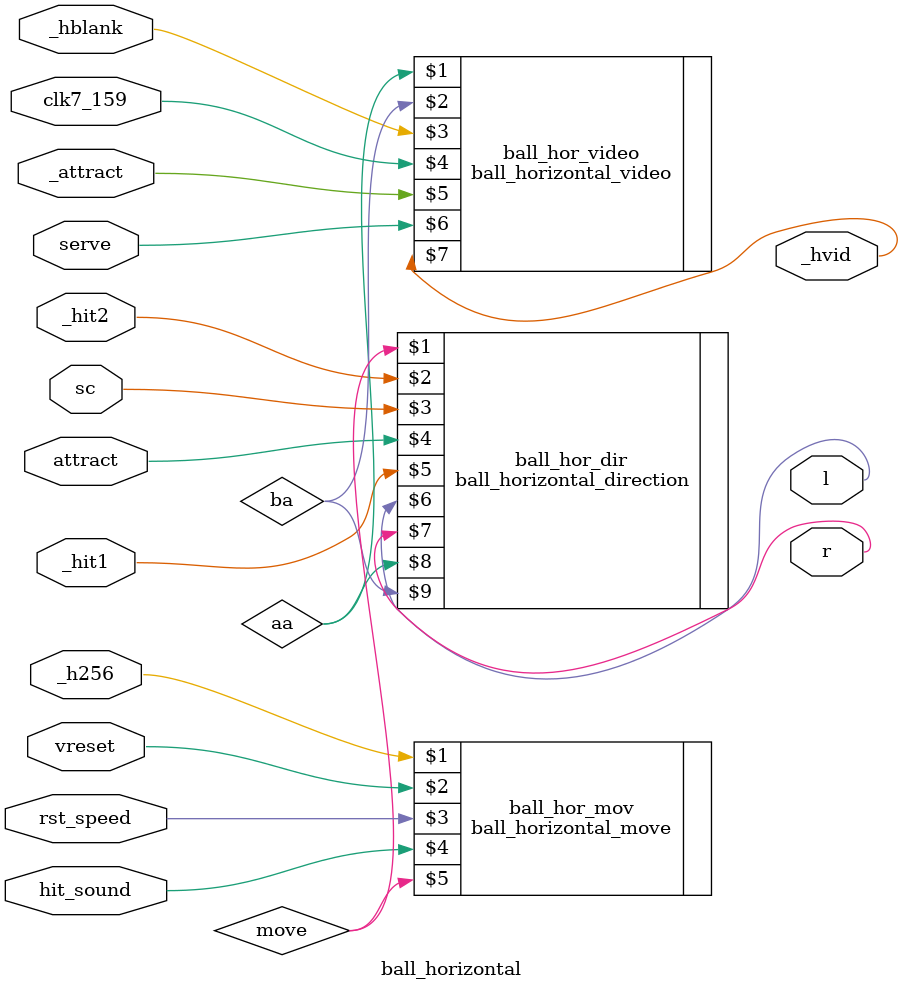
<source format=v>
/*
  MIT License

  Copyright (c) 2019 Richard Eng

  Permission is hereby granted, free of charge, to any person obtaining a copy
  of this software and associated documentation files (the "Software"), to deal
  in the Software without restriction, including without limitation the rights
  to use, copy, modify, merge, publish, distribute, sublicense, and/or sell
  copies of the Software, and to permit persons to whom the Software is
  furnished to do so, subject to the following conditions:

  The above copyright notice and this permission notice shall be included in all
  copies or substantial portions of the Software.

  THE SOFTWARE IS PROVIDED "AS IS", WITHOUT WARRANTY OF ANY KIND, EXPRESS OR
  IMPLIED, INCLUDING BUT NOT LIMITED TO THE WARRANTIES OF MERCHANTABILITY,
  FITNESS FOR A PARTICULAR PURPOSE AND NONINFRINGEMENT. IN NO EVENT SHALL THE
  AUTHORS OR COPYRIGHT HOLDERS BE LIABLE FOR ANY CLAIM, DAMAGES OR OTHER
  LIABILITY, WHETHER IN AN ACTION OF CONTRACT, TORT OR OTHERWISE, ARISING FROM,
  OUT OF OR IN CONNECTION WITH THE SOFTWARE OR THE USE OR OTHER DEALINGS IN THE
  SOFTWARE.
*/

/*
  Pong - Ball Horizontal Circuit
  ------------------------------
*/
`default_nettype none

module ball_horizontal
(
    input wire _h256, vreset, rst_speed, hit_sound, _hit2, sc, attract, _hit1, _hblank, clk7_159, _attract, serve,
    output wire l, r, _hvid
);

wire move, aa, ba;
ball_horizontal_move        ball_hor_mov(_h256, vreset, rst_speed, hit_sound, move);
ball_horizontal_direction   ball_hor_dir(move, _hit2, sc, attract, _hit1, l, r, aa, ba);
ball_horizontal_video       ball_hor_video(aa, ba, _hblank, clk7_159, _attract, serve, _hvid);

endmodule
`default_nettype wire

</source>
